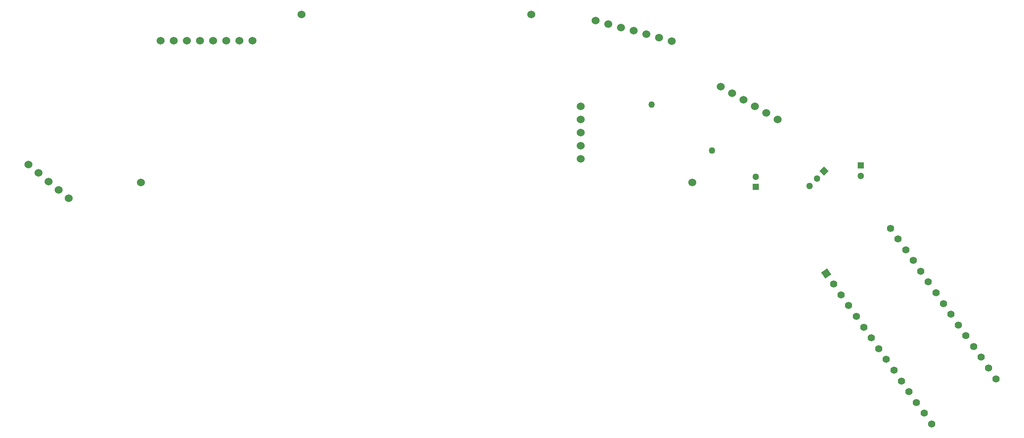
<source format=gbl>
G04*
G04 #@! TF.GenerationSoftware,Altium Limited,Altium Designer,23.5.1 (21)*
G04*
G04 Layer_Physical_Order=6*
G04 Layer_Color=16711680*
%FSLAX25Y25*%
%MOIN*%
G70*
G04*
G04 #@! TF.SameCoordinates,FF9463CB-EB02-43C4-9E9F-CA5E416C3207*
G04*
G04*
G04 #@! TF.FilePolarity,Positive*
G04*
G01*
G75*
%ADD15C,0.05118*%
%ADD16P,0.07238X4X270.0*%
%ADD17R,0.05118X0.05118*%
%ADD19P,0.07873X4X80.0*%
%ADD20C,0.05567*%
%ADD24C,0.06000*%
%ADD25C,0.05000*%
D15*
X799432Y204432D02*
D03*
X805000Y210000D02*
D03*
X838500Y212063D02*
D03*
X758500Y211437D02*
D03*
D16*
X810568Y215568D02*
D03*
D17*
X838500Y219937D02*
D03*
X758500Y203563D02*
D03*
D19*
X812057Y137766D02*
D03*
D20*
X817793Y129575D02*
D03*
X823528Y121383D02*
D03*
X829264Y113192D02*
D03*
X835000Y105000D02*
D03*
X840736Y96808D02*
D03*
X846472Y88617D02*
D03*
X852207Y80425D02*
D03*
X857943Y72234D02*
D03*
X863679Y64042D02*
D03*
X869415Y55851D02*
D03*
X875150Y47659D02*
D03*
X880886Y39468D02*
D03*
X886622Y31276D02*
D03*
X892358Y23085D02*
D03*
X941507Y57499D02*
D03*
X935771Y65691D02*
D03*
X930035Y73882D02*
D03*
X924299Y82074D02*
D03*
X918564Y90265D02*
D03*
X912828Y98457D02*
D03*
X907092Y106649D02*
D03*
X901356Y114840D02*
D03*
X895621Y123032D02*
D03*
X889885Y131223D02*
D03*
X884149Y139415D02*
D03*
X878413Y147606D02*
D03*
X872678Y155798D02*
D03*
X866942Y163989D02*
D03*
X861206Y172181D02*
D03*
D24*
X625000Y265000D02*
D03*
Y255000D02*
D03*
Y245000D02*
D03*
Y235000D02*
D03*
Y225000D02*
D03*
X636363Y330353D02*
D03*
X646022Y327765D02*
D03*
X655681Y325176D02*
D03*
X665341Y322588D02*
D03*
X675000Y320000D02*
D03*
X684659Y317412D02*
D03*
X694319Y314824D02*
D03*
X375000Y315000D02*
D03*
X365000D02*
D03*
X355000D02*
D03*
X345000D02*
D03*
X335000D02*
D03*
X325000D02*
D03*
X315000D02*
D03*
X305000D02*
D03*
X731699Y280000D02*
D03*
X740359Y275000D02*
D03*
X749019Y270000D02*
D03*
X757679Y265000D02*
D03*
X766340Y260000D02*
D03*
X775000Y255000D02*
D03*
X235000Y195000D02*
D03*
X227340Y201428D02*
D03*
X219679Y207856D02*
D03*
X212019Y214284D02*
D03*
X204358Y220711D02*
D03*
X710000Y206900D02*
D03*
X290000D02*
D03*
X412500Y335000D02*
D03*
X587500D02*
D03*
D25*
X679000Y266500D02*
D03*
X725000Y231500D02*
D03*
M02*

</source>
